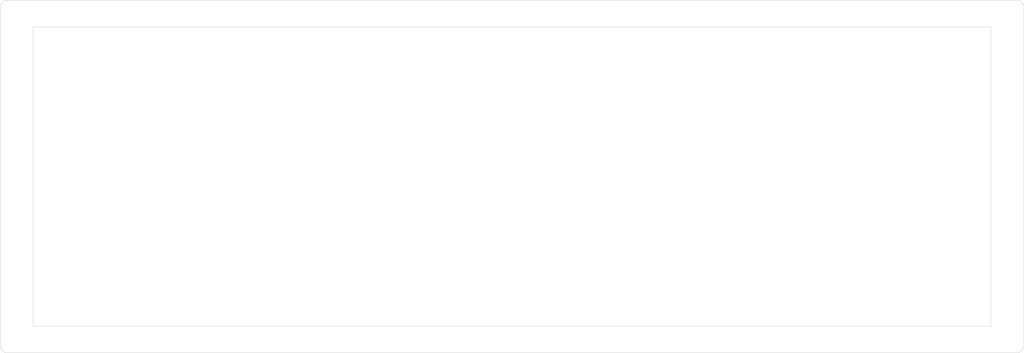
<source format=kicad_pcb>
(kicad_pcb (version 20211014) (generator pcbnew)
  (layers (0 "F.Cu" signal) (31 "B.Cu" signal) (34 "B.Paste" user) (35 "F.Paste" user) (36 "B.SilkS" user "B.Silkscreen") (37 "F.SilkS" user "F.Silkscreen") (38 "B.Mask" user) (39 "F.Mask" user) (44 "Edge.Cuts" user))
  (net 0 "")
  (footprint "kbd_Hole:m2_Screw_Hole_EdgeCuts" (layer "F.Cu") (at 11.075 13.05)
    (fp_text reference "J8" hide)
    (fp_text value "Conn_01x01" hide)
    (fp_circle (center 0 0) (end 1.1 0) (layer "Edge.Cuts") (width 0.01) (fill none))
  )
  (footprint "kbd_Hole:m2_Screw_Hole_EdgeCuts" (layer "F.Cu") (at 11.075 66.65)
    (fp_text reference "J9" hide)
    (fp_text value "Conn_01x01" hide)
    (fp_circle (center 0 0) (end 1.1 0) (layer "Edge.Cuts") (width 0.01) (fill none))
  )
  (footprint "kbd_Hole:m2_Screw_Hole_EdgeCuts" (layer "F.Cu") (at 11.075 120.25)
    (fp_text reference "J10" hide)
    (fp_text value "Conn_01x01" hide)
    (fp_circle (center 0 0) (end 1.1 0) (layer "Edge.Cuts") (width 0.01) (fill none))
  )
  (footprint "kbd_Hole:m2_Screw_Hole_EdgeCuts" (layer "F.Cu") (at 108.575 13.05)
    (fp_text reference "J11" hide)
    (fp_text value "Conn_01x01" hide)
    (fp_circle (center 0 0) (end 1.1 0) (layer "Edge.Cuts") (width 0.01) (fill none))
  )
  (footprint "kbd_Hole:m2_Screw_Hole_EdgeCuts" (layer "F.Cu") (at 234.325 13.05)
    (fp_text reference "J12" hide)
    (fp_text value "Conn_01x01" hide)
    (fp_circle (center 0 0) (end 1.1 0) (layer "Edge.Cuts") (width 0.01) (fill none))
  )
  (footprint "kbd_Hole:m2_Screw_Hole_EdgeCuts" (layer "F.Cu") (at 108.575 120.25)
    (fp_text reference "J13" hide)
    (fp_text value "Conn_01x01" hide)
    (fp_circle (center 0 0) (end 1.1 0) (layer "Edge.Cuts") (width 0.01) (fill none))
  )
  (footprint "kbd_Hole:m2_Screw_Hole_EdgeCuts" (layer "F.Cu") (at 234.325 120.25)
    (fp_text reference "J14" hide)
    (fp_text value "Conn_01x01" hide)
    (fp_circle (center 0 0) (end 1.1 0) (layer "Edge.Cuts") (width 0.01) (fill none))
  )
  (footprint "kbd_Hole:m2_Screw_Hole_EdgeCuts" (layer "F.Cu") (at 331.825 13.05)
    (fp_text reference "J15" hide)
    (fp_text value "Conn_01x01" hide)
    (fp_circle (center 0 0) (end 1.1 0) (layer "Edge.Cuts") (width 0.01) (fill none))
  )
  (footprint "kbd_Hole:m2_Screw_Hole_EdgeCuts" (layer "F.Cu") (at 331.825 66.65)
    (fp_text reference "J16" hide)
    (fp_text value "Conn_01x01" hide)
    (fp_circle (center 0 0) (end 1.1 0) (layer "Edge.Cuts") (width 0.01) (fill none))
  )
  (footprint "kbd_Hole:m2_Screw_Hole_EdgeCuts" (layer "F.Cu") (at 331.825 120.25)
    (fp_text reference "J17" hide)
    (fp_text value "Conn_01x01" hide)
    (fp_circle (center 0 0) (end 1.1 0) (layer "Edge.Cuts") (width 0.01) (fill none))
  )
  (gr_line (start 8.575 12.05) (end 10.075 10.55) (layer "Edge.Cuts") (width 0.15))
  (gr_line (start 334.325 12.05) (end 332.825 10.55) (layer "Edge.Cuts") (width 0.15))
  (gr_line (start 10.075 122.75) (end 8.575 121.25) (layer "Edge.Cuts") (width 0.15))
  (gr_line (start 323.85 114.3) (end 323.85 19.05) (layer "Edge.Cuts") (width 0.15))
  (gr_line (start 332.825 10.55) (end 10.075 10.55) (layer "Edge.Cuts") (width 0.15))
  (gr_line (start 19.05 114.3) (end 323.85 114.3) (layer "Edge.Cuts") (width 0.15))
  (gr_line (start 332.825 122.75) (end 334.325 121.25) (layer "Edge.Cuts") (width 0.15))
  (gr_line (start 323.85 19.05) (end 19.05 19.05) (layer "Edge.Cuts") (width 0.15))
  (gr_line (start 19.05 19.05) (end 19.05 114.3) (layer "Edge.Cuts") (width 0.15))
  (gr_line (start 334.325 121.25) (end 334.325 12.05) (layer "Edge.Cuts") (width 0.15))
  (gr_line (start 8.575 12.05) (end 8.575 121.25) (layer "Edge.Cuts") (width 0.15))
  (gr_line (start 10.075 122.75) (end 332.825 122.75) (layer "Edge.Cuts") (width 0.15))
)
</source>
